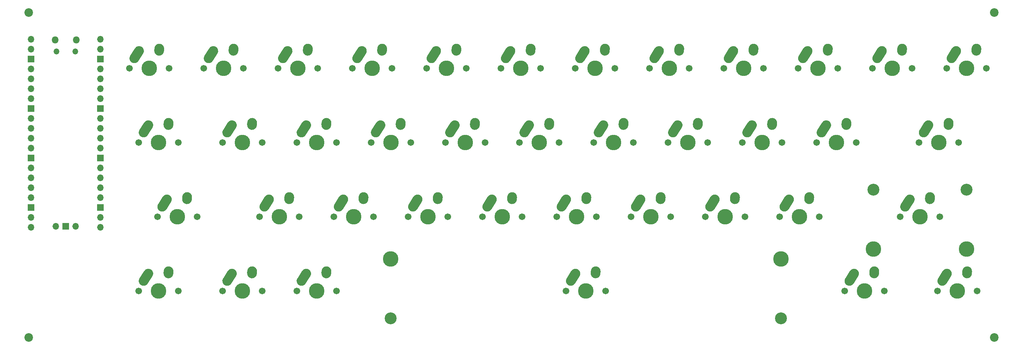
<source format=gts>
%TF.GenerationSoftware,KiCad,Pcbnew,(5.1.10)-1*%
%TF.CreationDate,2022-03-22T21:52:09-04:00*%
%TF.ProjectId,Keeber40,4b656562-6572-4343-902e-6b696361645f,rev?*%
%TF.SameCoordinates,Original*%
%TF.FileFunction,Soldermask,Top*%
%TF.FilePolarity,Negative*%
%FSLAX46Y46*%
G04 Gerber Fmt 4.6, Leading zero omitted, Abs format (unit mm)*
G04 Created by KiCad (PCBNEW (5.1.10)-1) date 2022-03-22 21:52:09*
%MOMM*%
%LPD*%
G01*
G04 APERTURE LIST*
%ADD10C,3.987800*%
%ADD11C,1.701800*%
%ADD12C,3.048000*%
%ADD13C,2.200000*%
%ADD14O,1.700000X1.700000*%
%ADD15R,1.700000X1.700000*%
%ADD16O,1.800000X1.800000*%
%ADD17O,1.500000X1.500000*%
G04 APERTURE END LIST*
D10*
%TO.C,K36*%
X259529000Y-123812000D03*
D11*
X254449000Y-123812000D03*
X264609000Y-123812000D03*
D12*
X247591000Y-116827000D03*
X271467000Y-116827000D03*
D10*
X247591000Y-132067000D03*
X271467000Y-132067000D03*
G36*
G01*
X254615299Y-120569190D02*
X255824223Y-118671560D01*
G75*
G02*
X257550087Y-118288946I1054239J-671625D01*
G01*
X257550087Y-118288946D01*
G75*
G02*
X257932701Y-120014810I-671625J-1054239D01*
G01*
X256723777Y-121912440D01*
G75*
G02*
X254997913Y-122295054I-1054239J671625D01*
G01*
X254997913Y-122295054D01*
G75*
G02*
X254615299Y-120569190I671625J1054239D01*
G01*
G37*
G36*
G01*
X260782171Y-119226309D02*
X260821619Y-118647653D01*
G75*
G02*
X262153743Y-117485567I1247105J-85019D01*
G01*
X262153743Y-117485567D01*
G75*
G02*
X263315829Y-118817691I-85019J-1247105D01*
G01*
X263276381Y-119396347D01*
G75*
G02*
X261944257Y-120558433I-1247105J85019D01*
G01*
X261944257Y-120558433D01*
G75*
G02*
X260782171Y-119226309I85019J1247105D01*
G01*
G37*
%TD*%
%TO.C,K21*%
G36*
G01*
X177447171Y-81130309D02*
X177486619Y-80551653D01*
G75*
G02*
X178818743Y-79389567I1247105J-85019D01*
G01*
X178818743Y-79389567D01*
G75*
G02*
X179980829Y-80721691I-85019J-1247105D01*
G01*
X179941381Y-81300347D01*
G75*
G02*
X178609257Y-82462433I-1247105J85019D01*
G01*
X178609257Y-82462433D01*
G75*
G02*
X177447171Y-81130309I85019J1247105D01*
G01*
G37*
G36*
G01*
X171280299Y-82473190D02*
X172489223Y-80575560D01*
G75*
G02*
X174215087Y-80192946I1054239J-671625D01*
G01*
X174215087Y-80192946D01*
G75*
G02*
X174597701Y-81918810I-671625J-1054239D01*
G01*
X173388777Y-83816440D01*
G75*
G02*
X171662913Y-84199054I-1054239J671625D01*
G01*
X171662913Y-84199054D01*
G75*
G02*
X171280299Y-82473190I671625J1054239D01*
G01*
G37*
D11*
X181274000Y-85716000D03*
X171114000Y-85716000D03*
D10*
X176194000Y-85716000D03*
%TD*%
D13*
%TO.C,M2*%
X30953000Y-71430000D03*
%TD*%
%TO.C,M2*%
X30953000Y-154765000D03*
%TD*%
%TO.C,M2*%
X278577000Y-154765000D03*
%TD*%
%TO.C,M2*%
X278577000Y-71430000D03*
%TD*%
D14*
%TO.C,PicOwo*%
X49367000Y-78253000D03*
X49367000Y-80793000D03*
D15*
X49367000Y-83333000D03*
D14*
X49367000Y-85873000D03*
X49367000Y-88413000D03*
X49367000Y-90953000D03*
X49367000Y-93493000D03*
D15*
X49367000Y-96033000D03*
D14*
X49367000Y-98573000D03*
X49367000Y-101113000D03*
X49367000Y-103653000D03*
X49367000Y-106193000D03*
D15*
X49367000Y-108733000D03*
D14*
X49367000Y-111273000D03*
X49367000Y-113813000D03*
X49367000Y-116353000D03*
X49367000Y-118893000D03*
D15*
X49367000Y-121433000D03*
D14*
X49367000Y-123973000D03*
X49367000Y-126513000D03*
X31587000Y-126513000D03*
X31587000Y-123973000D03*
D15*
X31587000Y-121433000D03*
D14*
X31587000Y-118893000D03*
X31587000Y-116353000D03*
X31587000Y-113813000D03*
X31587000Y-111273000D03*
D15*
X31587000Y-108733000D03*
D14*
X31587000Y-106193000D03*
X31587000Y-103653000D03*
X31587000Y-101113000D03*
X31587000Y-98573000D03*
D15*
X31587000Y-96033000D03*
D14*
X31587000Y-93493000D03*
X31587000Y-90953000D03*
X31587000Y-88413000D03*
X31587000Y-85873000D03*
D15*
X31587000Y-83333000D03*
D14*
X31587000Y-80793000D03*
X31587000Y-78253000D03*
D16*
X43202000Y-78383000D03*
X37752000Y-78383000D03*
D17*
X42902000Y-81413000D03*
X38052000Y-81413000D03*
D14*
X43017000Y-126283000D03*
D15*
X40477000Y-126283000D03*
D14*
X37937000Y-126283000D03*
%TD*%
D10*
%TO.C,K24*%
X173813000Y-142860000D03*
D11*
X168733000Y-142860000D03*
X178893000Y-142860000D03*
D12*
X223851000Y-149845000D03*
X123775000Y-149845000D03*
D10*
X223851000Y-134605000D03*
X123775000Y-134605000D03*
G36*
G01*
X168899299Y-139617190D02*
X170108223Y-137719560D01*
G75*
G02*
X171834087Y-137336946I1054239J-671625D01*
G01*
X171834087Y-137336946D01*
G75*
G02*
X172216701Y-139062810I-671625J-1054239D01*
G01*
X171007777Y-140960440D01*
G75*
G02*
X169281913Y-141343054I-1054239J671625D01*
G01*
X169281913Y-141343054D01*
G75*
G02*
X168899299Y-139617190I671625J1054239D01*
G01*
G37*
G36*
G01*
X175066171Y-138274309D02*
X175105619Y-137695653D01*
G75*
G02*
X176437743Y-136533567I1247105J-85019D01*
G01*
X176437743Y-136533567D01*
G75*
G02*
X177599829Y-137865691I-85019J-1247105D01*
G01*
X177560381Y-138444347D01*
G75*
G02*
X176228257Y-139606433I-1247105J85019D01*
G01*
X176228257Y-139606433D01*
G75*
G02*
X175066171Y-138274309I85019J1247105D01*
G01*
G37*
%TD*%
%TO.C,K1*%
X61906000Y-85716000D03*
D11*
X56826000Y-85716000D03*
X66986000Y-85716000D03*
G36*
G01*
X56992299Y-82473190D02*
X58201223Y-80575560D01*
G75*
G02*
X59927087Y-80192946I1054239J-671625D01*
G01*
X59927087Y-80192946D01*
G75*
G02*
X60309701Y-81918810I-671625J-1054239D01*
G01*
X59100777Y-83816440D01*
G75*
G02*
X57374913Y-84199054I-1054239J671625D01*
G01*
X57374913Y-84199054D01*
G75*
G02*
X56992299Y-82473190I671625J1054239D01*
G01*
G37*
G36*
G01*
X63159171Y-81130309D02*
X63198619Y-80551653D01*
G75*
G02*
X64530743Y-79389567I1247105J-85019D01*
G01*
X64530743Y-79389567D01*
G75*
G02*
X65692829Y-80721691I-85019J-1247105D01*
G01*
X65653381Y-81300347D01*
G75*
G02*
X64321257Y-82462433I-1247105J85019D01*
G01*
X64321257Y-82462433D01*
G75*
G02*
X63159171Y-81130309I85019J1247105D01*
G01*
G37*
%TD*%
%TO.C,K2*%
G36*
G01*
X65540171Y-100178309D02*
X65579619Y-99599653D01*
G75*
G02*
X66911743Y-98437567I1247105J-85019D01*
G01*
X66911743Y-98437567D01*
G75*
G02*
X68073829Y-99769691I-85019J-1247105D01*
G01*
X68034381Y-100348347D01*
G75*
G02*
X66702257Y-101510433I-1247105J85019D01*
G01*
X66702257Y-101510433D01*
G75*
G02*
X65540171Y-100178309I85019J1247105D01*
G01*
G37*
G36*
G01*
X59373299Y-101521190D02*
X60582223Y-99623560D01*
G75*
G02*
X62308087Y-99240946I1054239J-671625D01*
G01*
X62308087Y-99240946D01*
G75*
G02*
X62690701Y-100966810I-671625J-1054239D01*
G01*
X61481777Y-102864440D01*
G75*
G02*
X59755913Y-103247054I-1054239J671625D01*
G01*
X59755913Y-103247054D01*
G75*
G02*
X59373299Y-101521190I671625J1054239D01*
G01*
G37*
X69367000Y-104764000D03*
X59207000Y-104764000D03*
D10*
X64287000Y-104764000D03*
%TD*%
%TO.C,K3*%
X69049000Y-123812000D03*
D11*
X63969000Y-123812000D03*
X74129000Y-123812000D03*
G36*
G01*
X64135299Y-120569190D02*
X65344223Y-118671560D01*
G75*
G02*
X67070087Y-118288946I1054239J-671625D01*
G01*
X67070087Y-118288946D01*
G75*
G02*
X67452701Y-120014810I-671625J-1054239D01*
G01*
X66243777Y-121912440D01*
G75*
G02*
X64517913Y-122295054I-1054239J671625D01*
G01*
X64517913Y-122295054D01*
G75*
G02*
X64135299Y-120569190I671625J1054239D01*
G01*
G37*
G36*
G01*
X70302171Y-119226309D02*
X70341619Y-118647653D01*
G75*
G02*
X71673743Y-117485567I1247105J-85019D01*
G01*
X71673743Y-117485567D01*
G75*
G02*
X72835829Y-118817691I-85019J-1247105D01*
G01*
X72796381Y-119396347D01*
G75*
G02*
X71464257Y-120558433I-1247105J85019D01*
G01*
X71464257Y-120558433D01*
G75*
G02*
X70302171Y-119226309I85019J1247105D01*
G01*
G37*
%TD*%
D10*
%TO.C,K4*%
X64287000Y-142860000D03*
D11*
X59207000Y-142860000D03*
X69367000Y-142860000D03*
G36*
G01*
X59373299Y-139617190D02*
X60582223Y-137719560D01*
G75*
G02*
X62308087Y-137336946I1054239J-671625D01*
G01*
X62308087Y-137336946D01*
G75*
G02*
X62690701Y-139062810I-671625J-1054239D01*
G01*
X61481777Y-140960440D01*
G75*
G02*
X59755913Y-141343054I-1054239J671625D01*
G01*
X59755913Y-141343054D01*
G75*
G02*
X59373299Y-139617190I671625J1054239D01*
G01*
G37*
G36*
G01*
X65540171Y-138274309D02*
X65579619Y-137695653D01*
G75*
G02*
X66911743Y-136533567I1247105J-85019D01*
G01*
X66911743Y-136533567D01*
G75*
G02*
X68073829Y-137865691I-85019J-1247105D01*
G01*
X68034381Y-138444347D01*
G75*
G02*
X66702257Y-139606433I-1247105J85019D01*
G01*
X66702257Y-139606433D01*
G75*
G02*
X65540171Y-138274309I85019J1247105D01*
G01*
G37*
%TD*%
D10*
%TO.C,K5*%
X80954000Y-85716000D03*
D11*
X75874000Y-85716000D03*
X86034000Y-85716000D03*
G36*
G01*
X76040299Y-82473190D02*
X77249223Y-80575560D01*
G75*
G02*
X78975087Y-80192946I1054239J-671625D01*
G01*
X78975087Y-80192946D01*
G75*
G02*
X79357701Y-81918810I-671625J-1054239D01*
G01*
X78148777Y-83816440D01*
G75*
G02*
X76422913Y-84199054I-1054239J671625D01*
G01*
X76422913Y-84199054D01*
G75*
G02*
X76040299Y-82473190I671625J1054239D01*
G01*
G37*
G36*
G01*
X82207171Y-81130309D02*
X82246619Y-80551653D01*
G75*
G02*
X83578743Y-79389567I1247105J-85019D01*
G01*
X83578743Y-79389567D01*
G75*
G02*
X84740829Y-80721691I-85019J-1247105D01*
G01*
X84701381Y-81300347D01*
G75*
G02*
X83369257Y-82462433I-1247105J85019D01*
G01*
X83369257Y-82462433D01*
G75*
G02*
X82207171Y-81130309I85019J1247105D01*
G01*
G37*
%TD*%
D10*
%TO.C,K6*%
X85716000Y-104764000D03*
D11*
X80636000Y-104764000D03*
X90796000Y-104764000D03*
G36*
G01*
X80802299Y-101521190D02*
X82011223Y-99623560D01*
G75*
G02*
X83737087Y-99240946I1054239J-671625D01*
G01*
X83737087Y-99240946D01*
G75*
G02*
X84119701Y-100966810I-671625J-1054239D01*
G01*
X82910777Y-102864440D01*
G75*
G02*
X81184913Y-103247054I-1054239J671625D01*
G01*
X81184913Y-103247054D01*
G75*
G02*
X80802299Y-101521190I671625J1054239D01*
G01*
G37*
G36*
G01*
X86969171Y-100178309D02*
X87008619Y-99599653D01*
G75*
G02*
X88340743Y-98437567I1247105J-85019D01*
G01*
X88340743Y-98437567D01*
G75*
G02*
X89502829Y-99769691I-85019J-1247105D01*
G01*
X89463381Y-100348347D01*
G75*
G02*
X88131257Y-101510433I-1247105J85019D01*
G01*
X88131257Y-101510433D01*
G75*
G02*
X86969171Y-100178309I85019J1247105D01*
G01*
G37*
%TD*%
%TO.C,K7*%
G36*
G01*
X86969171Y-138274309D02*
X87008619Y-137695653D01*
G75*
G02*
X88340743Y-136533567I1247105J-85019D01*
G01*
X88340743Y-136533567D01*
G75*
G02*
X89502829Y-137865691I-85019J-1247105D01*
G01*
X89463381Y-138444347D01*
G75*
G02*
X88131257Y-139606433I-1247105J85019D01*
G01*
X88131257Y-139606433D01*
G75*
G02*
X86969171Y-138274309I85019J1247105D01*
G01*
G37*
G36*
G01*
X80802299Y-139617190D02*
X82011223Y-137719560D01*
G75*
G02*
X83737087Y-137336946I1054239J-671625D01*
G01*
X83737087Y-137336946D01*
G75*
G02*
X84119701Y-139062810I-671625J-1054239D01*
G01*
X82910777Y-140960440D01*
G75*
G02*
X81184913Y-141343054I-1054239J671625D01*
G01*
X81184913Y-141343054D01*
G75*
G02*
X80802299Y-139617190I671625J1054239D01*
G01*
G37*
X90796000Y-142860000D03*
X80636000Y-142860000D03*
D10*
X85716000Y-142860000D03*
%TD*%
%TO.C,K8*%
G36*
G01*
X101255171Y-81130309D02*
X101294619Y-80551653D01*
G75*
G02*
X102626743Y-79389567I1247105J-85019D01*
G01*
X102626743Y-79389567D01*
G75*
G02*
X103788829Y-80721691I-85019J-1247105D01*
G01*
X103749381Y-81300347D01*
G75*
G02*
X102417257Y-82462433I-1247105J85019D01*
G01*
X102417257Y-82462433D01*
G75*
G02*
X101255171Y-81130309I85019J1247105D01*
G01*
G37*
G36*
G01*
X95088299Y-82473190D02*
X96297223Y-80575560D01*
G75*
G02*
X98023087Y-80192946I1054239J-671625D01*
G01*
X98023087Y-80192946D01*
G75*
G02*
X98405701Y-81918810I-671625J-1054239D01*
G01*
X97196777Y-83816440D01*
G75*
G02*
X95470913Y-84199054I-1054239J671625D01*
G01*
X95470913Y-84199054D01*
G75*
G02*
X95088299Y-82473190I671625J1054239D01*
G01*
G37*
D11*
X105082000Y-85716000D03*
X94922000Y-85716000D03*
D10*
X100002000Y-85716000D03*
%TD*%
%TO.C,K9*%
G36*
G01*
X106017171Y-100178309D02*
X106056619Y-99599653D01*
G75*
G02*
X107388743Y-98437567I1247105J-85019D01*
G01*
X107388743Y-98437567D01*
G75*
G02*
X108550829Y-99769691I-85019J-1247105D01*
G01*
X108511381Y-100348347D01*
G75*
G02*
X107179257Y-101510433I-1247105J85019D01*
G01*
X107179257Y-101510433D01*
G75*
G02*
X106017171Y-100178309I85019J1247105D01*
G01*
G37*
G36*
G01*
X99850299Y-101521190D02*
X101059223Y-99623560D01*
G75*
G02*
X102785087Y-99240946I1054239J-671625D01*
G01*
X102785087Y-99240946D01*
G75*
G02*
X103167701Y-100966810I-671625J-1054239D01*
G01*
X101958777Y-102864440D01*
G75*
G02*
X100232913Y-103247054I-1054239J671625D01*
G01*
X100232913Y-103247054D01*
G75*
G02*
X99850299Y-101521190I671625J1054239D01*
G01*
G37*
D11*
X109844000Y-104764000D03*
X99684000Y-104764000D03*
D10*
X104764000Y-104764000D03*
%TD*%
%TO.C,K10*%
G36*
G01*
X96493171Y-119226309D02*
X96532619Y-118647653D01*
G75*
G02*
X97864743Y-117485567I1247105J-85019D01*
G01*
X97864743Y-117485567D01*
G75*
G02*
X99026829Y-118817691I-85019J-1247105D01*
G01*
X98987381Y-119396347D01*
G75*
G02*
X97655257Y-120558433I-1247105J85019D01*
G01*
X97655257Y-120558433D01*
G75*
G02*
X96493171Y-119226309I85019J1247105D01*
G01*
G37*
G36*
G01*
X90326299Y-120569190D02*
X91535223Y-118671560D01*
G75*
G02*
X93261087Y-118288946I1054239J-671625D01*
G01*
X93261087Y-118288946D01*
G75*
G02*
X93643701Y-120014810I-671625J-1054239D01*
G01*
X92434777Y-121912440D01*
G75*
G02*
X90708913Y-122295054I-1054239J671625D01*
G01*
X90708913Y-122295054D01*
G75*
G02*
X90326299Y-120569190I671625J1054239D01*
G01*
G37*
D11*
X100320000Y-123812000D03*
X90160000Y-123812000D03*
D10*
X95240000Y-123812000D03*
%TD*%
%TO.C,K11*%
G36*
G01*
X106017171Y-138274309D02*
X106056619Y-137695653D01*
G75*
G02*
X107388743Y-136533567I1247105J-85019D01*
G01*
X107388743Y-136533567D01*
G75*
G02*
X108550829Y-137865691I-85019J-1247105D01*
G01*
X108511381Y-138444347D01*
G75*
G02*
X107179257Y-139606433I-1247105J85019D01*
G01*
X107179257Y-139606433D01*
G75*
G02*
X106017171Y-138274309I85019J1247105D01*
G01*
G37*
G36*
G01*
X99850299Y-139617190D02*
X101059223Y-137719560D01*
G75*
G02*
X102785087Y-137336946I1054239J-671625D01*
G01*
X102785087Y-137336946D01*
G75*
G02*
X103167701Y-139062810I-671625J-1054239D01*
G01*
X101958777Y-140960440D01*
G75*
G02*
X100232913Y-141343054I-1054239J671625D01*
G01*
X100232913Y-141343054D01*
G75*
G02*
X99850299Y-139617190I671625J1054239D01*
G01*
G37*
D11*
X109844000Y-142860000D03*
X99684000Y-142860000D03*
D10*
X104764000Y-142860000D03*
%TD*%
%TO.C,K12*%
X119050000Y-85716000D03*
D11*
X113970000Y-85716000D03*
X124130000Y-85716000D03*
G36*
G01*
X114136299Y-82473190D02*
X115345223Y-80575560D01*
G75*
G02*
X117071087Y-80192946I1054239J-671625D01*
G01*
X117071087Y-80192946D01*
G75*
G02*
X117453701Y-81918810I-671625J-1054239D01*
G01*
X116244777Y-83816440D01*
G75*
G02*
X114518913Y-84199054I-1054239J671625D01*
G01*
X114518913Y-84199054D01*
G75*
G02*
X114136299Y-82473190I671625J1054239D01*
G01*
G37*
G36*
G01*
X120303171Y-81130309D02*
X120342619Y-80551653D01*
G75*
G02*
X121674743Y-79389567I1247105J-85019D01*
G01*
X121674743Y-79389567D01*
G75*
G02*
X122836829Y-80721691I-85019J-1247105D01*
G01*
X122797381Y-81300347D01*
G75*
G02*
X121465257Y-82462433I-1247105J85019D01*
G01*
X121465257Y-82462433D01*
G75*
G02*
X120303171Y-81130309I85019J1247105D01*
G01*
G37*
%TD*%
D10*
%TO.C,K13*%
X123812000Y-104764000D03*
D11*
X118732000Y-104764000D03*
X128892000Y-104764000D03*
G36*
G01*
X118898299Y-101521190D02*
X120107223Y-99623560D01*
G75*
G02*
X121833087Y-99240946I1054239J-671625D01*
G01*
X121833087Y-99240946D01*
G75*
G02*
X122215701Y-100966810I-671625J-1054239D01*
G01*
X121006777Y-102864440D01*
G75*
G02*
X119280913Y-103247054I-1054239J671625D01*
G01*
X119280913Y-103247054D01*
G75*
G02*
X118898299Y-101521190I671625J1054239D01*
G01*
G37*
G36*
G01*
X125065171Y-100178309D02*
X125104619Y-99599653D01*
G75*
G02*
X126436743Y-98437567I1247105J-85019D01*
G01*
X126436743Y-98437567D01*
G75*
G02*
X127598829Y-99769691I-85019J-1247105D01*
G01*
X127559381Y-100348347D01*
G75*
G02*
X126227257Y-101510433I-1247105J85019D01*
G01*
X126227257Y-101510433D01*
G75*
G02*
X125065171Y-100178309I85019J1247105D01*
G01*
G37*
%TD*%
D10*
%TO.C,K14*%
X114288000Y-123812000D03*
D11*
X109208000Y-123812000D03*
X119368000Y-123812000D03*
G36*
G01*
X109374299Y-120569190D02*
X110583223Y-118671560D01*
G75*
G02*
X112309087Y-118288946I1054239J-671625D01*
G01*
X112309087Y-118288946D01*
G75*
G02*
X112691701Y-120014810I-671625J-1054239D01*
G01*
X111482777Y-121912440D01*
G75*
G02*
X109756913Y-122295054I-1054239J671625D01*
G01*
X109756913Y-122295054D01*
G75*
G02*
X109374299Y-120569190I671625J1054239D01*
G01*
G37*
G36*
G01*
X115541171Y-119226309D02*
X115580619Y-118647653D01*
G75*
G02*
X116912743Y-117485567I1247105J-85019D01*
G01*
X116912743Y-117485567D01*
G75*
G02*
X118074829Y-118817691I-85019J-1247105D01*
G01*
X118035381Y-119396347D01*
G75*
G02*
X116703257Y-120558433I-1247105J85019D01*
G01*
X116703257Y-120558433D01*
G75*
G02*
X115541171Y-119226309I85019J1247105D01*
G01*
G37*
%TD*%
%TO.C,K15*%
G36*
G01*
X139351171Y-81130309D02*
X139390619Y-80551653D01*
G75*
G02*
X140722743Y-79389567I1247105J-85019D01*
G01*
X140722743Y-79389567D01*
G75*
G02*
X141884829Y-80721691I-85019J-1247105D01*
G01*
X141845381Y-81300347D01*
G75*
G02*
X140513257Y-82462433I-1247105J85019D01*
G01*
X140513257Y-82462433D01*
G75*
G02*
X139351171Y-81130309I85019J1247105D01*
G01*
G37*
G36*
G01*
X133184299Y-82473190D02*
X134393223Y-80575560D01*
G75*
G02*
X136119087Y-80192946I1054239J-671625D01*
G01*
X136119087Y-80192946D01*
G75*
G02*
X136501701Y-81918810I-671625J-1054239D01*
G01*
X135292777Y-83816440D01*
G75*
G02*
X133566913Y-84199054I-1054239J671625D01*
G01*
X133566913Y-84199054D01*
G75*
G02*
X133184299Y-82473190I671625J1054239D01*
G01*
G37*
X143178000Y-85716000D03*
X133018000Y-85716000D03*
D10*
X138098000Y-85716000D03*
%TD*%
%TO.C,K16*%
G36*
G01*
X144113171Y-100178309D02*
X144152619Y-99599653D01*
G75*
G02*
X145484743Y-98437567I1247105J-85019D01*
G01*
X145484743Y-98437567D01*
G75*
G02*
X146646829Y-99769691I-85019J-1247105D01*
G01*
X146607381Y-100348347D01*
G75*
G02*
X145275257Y-101510433I-1247105J85019D01*
G01*
X145275257Y-101510433D01*
G75*
G02*
X144113171Y-100178309I85019J1247105D01*
G01*
G37*
G36*
G01*
X137946299Y-101521190D02*
X139155223Y-99623560D01*
G75*
G02*
X140881087Y-99240946I1054239J-671625D01*
G01*
X140881087Y-99240946D01*
G75*
G02*
X141263701Y-100966810I-671625J-1054239D01*
G01*
X140054777Y-102864440D01*
G75*
G02*
X138328913Y-103247054I-1054239J671625D01*
G01*
X138328913Y-103247054D01*
G75*
G02*
X137946299Y-101521190I671625J1054239D01*
G01*
G37*
D11*
X147940000Y-104764000D03*
X137780000Y-104764000D03*
D10*
X142860000Y-104764000D03*
%TD*%
%TO.C,K17*%
G36*
G01*
X134589171Y-119226309D02*
X134628619Y-118647653D01*
G75*
G02*
X135960743Y-117485567I1247105J-85019D01*
G01*
X135960743Y-117485567D01*
G75*
G02*
X137122829Y-118817691I-85019J-1247105D01*
G01*
X137083381Y-119396347D01*
G75*
G02*
X135751257Y-120558433I-1247105J85019D01*
G01*
X135751257Y-120558433D01*
G75*
G02*
X134589171Y-119226309I85019J1247105D01*
G01*
G37*
G36*
G01*
X128422299Y-120569190D02*
X129631223Y-118671560D01*
G75*
G02*
X131357087Y-118288946I1054239J-671625D01*
G01*
X131357087Y-118288946D01*
G75*
G02*
X131739701Y-120014810I-671625J-1054239D01*
G01*
X130530777Y-121912440D01*
G75*
G02*
X128804913Y-122295054I-1054239J671625D01*
G01*
X128804913Y-122295054D01*
G75*
G02*
X128422299Y-120569190I671625J1054239D01*
G01*
G37*
D11*
X138416000Y-123812000D03*
X128256000Y-123812000D03*
D10*
X133336000Y-123812000D03*
%TD*%
%TO.C,K18*%
X157146000Y-85716000D03*
D11*
X152066000Y-85716000D03*
X162226000Y-85716000D03*
G36*
G01*
X152232299Y-82473190D02*
X153441223Y-80575560D01*
G75*
G02*
X155167087Y-80192946I1054239J-671625D01*
G01*
X155167087Y-80192946D01*
G75*
G02*
X155549701Y-81918810I-671625J-1054239D01*
G01*
X154340777Y-83816440D01*
G75*
G02*
X152614913Y-84199054I-1054239J671625D01*
G01*
X152614913Y-84199054D01*
G75*
G02*
X152232299Y-82473190I671625J1054239D01*
G01*
G37*
G36*
G01*
X158399171Y-81130309D02*
X158438619Y-80551653D01*
G75*
G02*
X159770743Y-79389567I1247105J-85019D01*
G01*
X159770743Y-79389567D01*
G75*
G02*
X160932829Y-80721691I-85019J-1247105D01*
G01*
X160893381Y-81300347D01*
G75*
G02*
X159561257Y-82462433I-1247105J85019D01*
G01*
X159561257Y-82462433D01*
G75*
G02*
X158399171Y-81130309I85019J1247105D01*
G01*
G37*
%TD*%
D10*
%TO.C,K19*%
X161908000Y-104764000D03*
D11*
X156828000Y-104764000D03*
X166988000Y-104764000D03*
G36*
G01*
X156994299Y-101521190D02*
X158203223Y-99623560D01*
G75*
G02*
X159929087Y-99240946I1054239J-671625D01*
G01*
X159929087Y-99240946D01*
G75*
G02*
X160311701Y-100966810I-671625J-1054239D01*
G01*
X159102777Y-102864440D01*
G75*
G02*
X157376913Y-103247054I-1054239J671625D01*
G01*
X157376913Y-103247054D01*
G75*
G02*
X156994299Y-101521190I671625J1054239D01*
G01*
G37*
G36*
G01*
X163161171Y-100178309D02*
X163200619Y-99599653D01*
G75*
G02*
X164532743Y-98437567I1247105J-85019D01*
G01*
X164532743Y-98437567D01*
G75*
G02*
X165694829Y-99769691I-85019J-1247105D01*
G01*
X165655381Y-100348347D01*
G75*
G02*
X164323257Y-101510433I-1247105J85019D01*
G01*
X164323257Y-101510433D01*
G75*
G02*
X163161171Y-100178309I85019J1247105D01*
G01*
G37*
%TD*%
D10*
%TO.C,K20*%
X152384000Y-123812000D03*
D11*
X147304000Y-123812000D03*
X157464000Y-123812000D03*
G36*
G01*
X147470299Y-120569190D02*
X148679223Y-118671560D01*
G75*
G02*
X150405087Y-118288946I1054239J-671625D01*
G01*
X150405087Y-118288946D01*
G75*
G02*
X150787701Y-120014810I-671625J-1054239D01*
G01*
X149578777Y-121912440D01*
G75*
G02*
X147852913Y-122295054I-1054239J671625D01*
G01*
X147852913Y-122295054D01*
G75*
G02*
X147470299Y-120569190I671625J1054239D01*
G01*
G37*
G36*
G01*
X153637171Y-119226309D02*
X153676619Y-118647653D01*
G75*
G02*
X155008743Y-117485567I1247105J-85019D01*
G01*
X155008743Y-117485567D01*
G75*
G02*
X156170829Y-118817691I-85019J-1247105D01*
G01*
X156131381Y-119396347D01*
G75*
G02*
X154799257Y-120558433I-1247105J85019D01*
G01*
X154799257Y-120558433D01*
G75*
G02*
X153637171Y-119226309I85019J1247105D01*
G01*
G37*
%TD*%
%TO.C,K22*%
G36*
G01*
X182209171Y-100178309D02*
X182248619Y-99599653D01*
G75*
G02*
X183580743Y-98437567I1247105J-85019D01*
G01*
X183580743Y-98437567D01*
G75*
G02*
X184742829Y-99769691I-85019J-1247105D01*
G01*
X184703381Y-100348347D01*
G75*
G02*
X183371257Y-101510433I-1247105J85019D01*
G01*
X183371257Y-101510433D01*
G75*
G02*
X182209171Y-100178309I85019J1247105D01*
G01*
G37*
G36*
G01*
X176042299Y-101521190D02*
X177251223Y-99623560D01*
G75*
G02*
X178977087Y-99240946I1054239J-671625D01*
G01*
X178977087Y-99240946D01*
G75*
G02*
X179359701Y-100966810I-671625J-1054239D01*
G01*
X178150777Y-102864440D01*
G75*
G02*
X176424913Y-103247054I-1054239J671625D01*
G01*
X176424913Y-103247054D01*
G75*
G02*
X176042299Y-101521190I671625J1054239D01*
G01*
G37*
X186036000Y-104764000D03*
X175876000Y-104764000D03*
D10*
X180956000Y-104764000D03*
%TD*%
%TO.C,K23*%
X171432000Y-123812000D03*
D11*
X166352000Y-123812000D03*
X176512000Y-123812000D03*
G36*
G01*
X166518299Y-120569190D02*
X167727223Y-118671560D01*
G75*
G02*
X169453087Y-118288946I1054239J-671625D01*
G01*
X169453087Y-118288946D01*
G75*
G02*
X169835701Y-120014810I-671625J-1054239D01*
G01*
X168626777Y-121912440D01*
G75*
G02*
X166900913Y-122295054I-1054239J671625D01*
G01*
X166900913Y-122295054D01*
G75*
G02*
X166518299Y-120569190I671625J1054239D01*
G01*
G37*
G36*
G01*
X172685171Y-119226309D02*
X172724619Y-118647653D01*
G75*
G02*
X174056743Y-117485567I1247105J-85019D01*
G01*
X174056743Y-117485567D01*
G75*
G02*
X175218829Y-118817691I-85019J-1247105D01*
G01*
X175179381Y-119396347D01*
G75*
G02*
X173847257Y-120558433I-1247105J85019D01*
G01*
X173847257Y-120558433D01*
G75*
G02*
X172685171Y-119226309I85019J1247105D01*
G01*
G37*
%TD*%
D10*
%TO.C,K25*%
X195242000Y-85716000D03*
D11*
X190162000Y-85716000D03*
X200322000Y-85716000D03*
G36*
G01*
X190328299Y-82473190D02*
X191537223Y-80575560D01*
G75*
G02*
X193263087Y-80192946I1054239J-671625D01*
G01*
X193263087Y-80192946D01*
G75*
G02*
X193645701Y-81918810I-671625J-1054239D01*
G01*
X192436777Y-83816440D01*
G75*
G02*
X190710913Y-84199054I-1054239J671625D01*
G01*
X190710913Y-84199054D01*
G75*
G02*
X190328299Y-82473190I671625J1054239D01*
G01*
G37*
G36*
G01*
X196495171Y-81130309D02*
X196534619Y-80551653D01*
G75*
G02*
X197866743Y-79389567I1247105J-85019D01*
G01*
X197866743Y-79389567D01*
G75*
G02*
X199028829Y-80721691I-85019J-1247105D01*
G01*
X198989381Y-81300347D01*
G75*
G02*
X197657257Y-82462433I-1247105J85019D01*
G01*
X197657257Y-82462433D01*
G75*
G02*
X196495171Y-81130309I85019J1247105D01*
G01*
G37*
%TD*%
D10*
%TO.C,K26*%
X200004000Y-104764000D03*
D11*
X194924000Y-104764000D03*
X205084000Y-104764000D03*
G36*
G01*
X195090299Y-101521190D02*
X196299223Y-99623560D01*
G75*
G02*
X198025087Y-99240946I1054239J-671625D01*
G01*
X198025087Y-99240946D01*
G75*
G02*
X198407701Y-100966810I-671625J-1054239D01*
G01*
X197198777Y-102864440D01*
G75*
G02*
X195472913Y-103247054I-1054239J671625D01*
G01*
X195472913Y-103247054D01*
G75*
G02*
X195090299Y-101521190I671625J1054239D01*
G01*
G37*
G36*
G01*
X201257171Y-100178309D02*
X201296619Y-99599653D01*
G75*
G02*
X202628743Y-98437567I1247105J-85019D01*
G01*
X202628743Y-98437567D01*
G75*
G02*
X203790829Y-99769691I-85019J-1247105D01*
G01*
X203751381Y-100348347D01*
G75*
G02*
X202419257Y-101510433I-1247105J85019D01*
G01*
X202419257Y-101510433D01*
G75*
G02*
X201257171Y-100178309I85019J1247105D01*
G01*
G37*
%TD*%
%TO.C,K27*%
G36*
G01*
X191733171Y-119226309D02*
X191772619Y-118647653D01*
G75*
G02*
X193104743Y-117485567I1247105J-85019D01*
G01*
X193104743Y-117485567D01*
G75*
G02*
X194266829Y-118817691I-85019J-1247105D01*
G01*
X194227381Y-119396347D01*
G75*
G02*
X192895257Y-120558433I-1247105J85019D01*
G01*
X192895257Y-120558433D01*
G75*
G02*
X191733171Y-119226309I85019J1247105D01*
G01*
G37*
G36*
G01*
X185566299Y-120569190D02*
X186775223Y-118671560D01*
G75*
G02*
X188501087Y-118288946I1054239J-671625D01*
G01*
X188501087Y-118288946D01*
G75*
G02*
X188883701Y-120014810I-671625J-1054239D01*
G01*
X187674777Y-121912440D01*
G75*
G02*
X185948913Y-122295054I-1054239J671625D01*
G01*
X185948913Y-122295054D01*
G75*
G02*
X185566299Y-120569190I671625J1054239D01*
G01*
G37*
X195560000Y-123812000D03*
X185400000Y-123812000D03*
D10*
X190480000Y-123812000D03*
%TD*%
%TO.C,K28*%
G36*
G01*
X215543171Y-81130309D02*
X215582619Y-80551653D01*
G75*
G02*
X216914743Y-79389567I1247105J-85019D01*
G01*
X216914743Y-79389567D01*
G75*
G02*
X218076829Y-80721691I-85019J-1247105D01*
G01*
X218037381Y-81300347D01*
G75*
G02*
X216705257Y-82462433I-1247105J85019D01*
G01*
X216705257Y-82462433D01*
G75*
G02*
X215543171Y-81130309I85019J1247105D01*
G01*
G37*
G36*
G01*
X209376299Y-82473190D02*
X210585223Y-80575560D01*
G75*
G02*
X212311087Y-80192946I1054239J-671625D01*
G01*
X212311087Y-80192946D01*
G75*
G02*
X212693701Y-81918810I-671625J-1054239D01*
G01*
X211484777Y-83816440D01*
G75*
G02*
X209758913Y-84199054I-1054239J671625D01*
G01*
X209758913Y-84199054D01*
G75*
G02*
X209376299Y-82473190I671625J1054239D01*
G01*
G37*
D11*
X219370000Y-85716000D03*
X209210000Y-85716000D03*
D10*
X214290000Y-85716000D03*
%TD*%
%TO.C,K29*%
G36*
G01*
X220305171Y-100178309D02*
X220344619Y-99599653D01*
G75*
G02*
X221676743Y-98437567I1247105J-85019D01*
G01*
X221676743Y-98437567D01*
G75*
G02*
X222838829Y-99769691I-85019J-1247105D01*
G01*
X222799381Y-100348347D01*
G75*
G02*
X221467257Y-101510433I-1247105J85019D01*
G01*
X221467257Y-101510433D01*
G75*
G02*
X220305171Y-100178309I85019J1247105D01*
G01*
G37*
G36*
G01*
X214138299Y-101521190D02*
X215347223Y-99623560D01*
G75*
G02*
X217073087Y-99240946I1054239J-671625D01*
G01*
X217073087Y-99240946D01*
G75*
G02*
X217455701Y-100966810I-671625J-1054239D01*
G01*
X216246777Y-102864440D01*
G75*
G02*
X214520913Y-103247054I-1054239J671625D01*
G01*
X214520913Y-103247054D01*
G75*
G02*
X214138299Y-101521190I671625J1054239D01*
G01*
G37*
D11*
X224132000Y-104764000D03*
X213972000Y-104764000D03*
D10*
X219052000Y-104764000D03*
%TD*%
%TO.C,K30*%
X209528000Y-123812000D03*
D11*
X204448000Y-123812000D03*
X214608000Y-123812000D03*
G36*
G01*
X204614299Y-120569190D02*
X205823223Y-118671560D01*
G75*
G02*
X207549087Y-118288946I1054239J-671625D01*
G01*
X207549087Y-118288946D01*
G75*
G02*
X207931701Y-120014810I-671625J-1054239D01*
G01*
X206722777Y-121912440D01*
G75*
G02*
X204996913Y-122295054I-1054239J671625D01*
G01*
X204996913Y-122295054D01*
G75*
G02*
X204614299Y-120569190I671625J1054239D01*
G01*
G37*
G36*
G01*
X210781171Y-119226309D02*
X210820619Y-118647653D01*
G75*
G02*
X212152743Y-117485567I1247105J-85019D01*
G01*
X212152743Y-117485567D01*
G75*
G02*
X213314829Y-118817691I-85019J-1247105D01*
G01*
X213275381Y-119396347D01*
G75*
G02*
X211943257Y-120558433I-1247105J85019D01*
G01*
X211943257Y-120558433D01*
G75*
G02*
X210781171Y-119226309I85019J1247105D01*
G01*
G37*
%TD*%
D10*
%TO.C,K31*%
X233338000Y-85716000D03*
D11*
X228258000Y-85716000D03*
X238418000Y-85716000D03*
G36*
G01*
X228424299Y-82473190D02*
X229633223Y-80575560D01*
G75*
G02*
X231359087Y-80192946I1054239J-671625D01*
G01*
X231359087Y-80192946D01*
G75*
G02*
X231741701Y-81918810I-671625J-1054239D01*
G01*
X230532777Y-83816440D01*
G75*
G02*
X228806913Y-84199054I-1054239J671625D01*
G01*
X228806913Y-84199054D01*
G75*
G02*
X228424299Y-82473190I671625J1054239D01*
G01*
G37*
G36*
G01*
X234591171Y-81130309D02*
X234630619Y-80551653D01*
G75*
G02*
X235962743Y-79389567I1247105J-85019D01*
G01*
X235962743Y-79389567D01*
G75*
G02*
X237124829Y-80721691I-85019J-1247105D01*
G01*
X237085381Y-81300347D01*
G75*
G02*
X235753257Y-82462433I-1247105J85019D01*
G01*
X235753257Y-82462433D01*
G75*
G02*
X234591171Y-81130309I85019J1247105D01*
G01*
G37*
%TD*%
D10*
%TO.C,K32*%
X238100000Y-104764000D03*
D11*
X233020000Y-104764000D03*
X243180000Y-104764000D03*
G36*
G01*
X233186299Y-101521190D02*
X234395223Y-99623560D01*
G75*
G02*
X236121087Y-99240946I1054239J-671625D01*
G01*
X236121087Y-99240946D01*
G75*
G02*
X236503701Y-100966810I-671625J-1054239D01*
G01*
X235294777Y-102864440D01*
G75*
G02*
X233568913Y-103247054I-1054239J671625D01*
G01*
X233568913Y-103247054D01*
G75*
G02*
X233186299Y-101521190I671625J1054239D01*
G01*
G37*
G36*
G01*
X239353171Y-100178309D02*
X239392619Y-99599653D01*
G75*
G02*
X240724743Y-98437567I1247105J-85019D01*
G01*
X240724743Y-98437567D01*
G75*
G02*
X241886829Y-99769691I-85019J-1247105D01*
G01*
X241847381Y-100348347D01*
G75*
G02*
X240515257Y-101510433I-1247105J85019D01*
G01*
X240515257Y-101510433D01*
G75*
G02*
X239353171Y-100178309I85019J1247105D01*
G01*
G37*
%TD*%
%TO.C,K33*%
G36*
G01*
X229829171Y-119226309D02*
X229868619Y-118647653D01*
G75*
G02*
X231200743Y-117485567I1247105J-85019D01*
G01*
X231200743Y-117485567D01*
G75*
G02*
X232362829Y-118817691I-85019J-1247105D01*
G01*
X232323381Y-119396347D01*
G75*
G02*
X230991257Y-120558433I-1247105J85019D01*
G01*
X230991257Y-120558433D01*
G75*
G02*
X229829171Y-119226309I85019J1247105D01*
G01*
G37*
G36*
G01*
X223662299Y-120569190D02*
X224871223Y-118671560D01*
G75*
G02*
X226597087Y-118288946I1054239J-671625D01*
G01*
X226597087Y-118288946D01*
G75*
G02*
X226979701Y-120014810I-671625J-1054239D01*
G01*
X225770777Y-121912440D01*
G75*
G02*
X224044913Y-122295054I-1054239J671625D01*
G01*
X224044913Y-122295054D01*
G75*
G02*
X223662299Y-120569190I671625J1054239D01*
G01*
G37*
X233656000Y-123812000D03*
X223496000Y-123812000D03*
D10*
X228576000Y-123812000D03*
%TD*%
%TO.C,K34*%
G36*
G01*
X253639171Y-81130309D02*
X253678619Y-80551653D01*
G75*
G02*
X255010743Y-79389567I1247105J-85019D01*
G01*
X255010743Y-79389567D01*
G75*
G02*
X256172829Y-80721691I-85019J-1247105D01*
G01*
X256133381Y-81300347D01*
G75*
G02*
X254801257Y-82462433I-1247105J85019D01*
G01*
X254801257Y-82462433D01*
G75*
G02*
X253639171Y-81130309I85019J1247105D01*
G01*
G37*
G36*
G01*
X247472299Y-82473190D02*
X248681223Y-80575560D01*
G75*
G02*
X250407087Y-80192946I1054239J-671625D01*
G01*
X250407087Y-80192946D01*
G75*
G02*
X250789701Y-81918810I-671625J-1054239D01*
G01*
X249580777Y-83816440D01*
G75*
G02*
X247854913Y-84199054I-1054239J671625D01*
G01*
X247854913Y-84199054D01*
G75*
G02*
X247472299Y-82473190I671625J1054239D01*
G01*
G37*
D11*
X257466000Y-85716000D03*
X247306000Y-85716000D03*
D10*
X252386000Y-85716000D03*
%TD*%
%TO.C,K35*%
G36*
G01*
X265544171Y-100178309D02*
X265583619Y-99599653D01*
G75*
G02*
X266915743Y-98437567I1247105J-85019D01*
G01*
X266915743Y-98437567D01*
G75*
G02*
X268077829Y-99769691I-85019J-1247105D01*
G01*
X268038381Y-100348347D01*
G75*
G02*
X266706257Y-101510433I-1247105J85019D01*
G01*
X266706257Y-101510433D01*
G75*
G02*
X265544171Y-100178309I85019J1247105D01*
G01*
G37*
G36*
G01*
X259377299Y-101521190D02*
X260586223Y-99623560D01*
G75*
G02*
X262312087Y-99240946I1054239J-671625D01*
G01*
X262312087Y-99240946D01*
G75*
G02*
X262694701Y-100966810I-671625J-1054239D01*
G01*
X261485777Y-102864440D01*
G75*
G02*
X259759913Y-103247054I-1054239J671625D01*
G01*
X259759913Y-103247054D01*
G75*
G02*
X259377299Y-101521190I671625J1054239D01*
G01*
G37*
D11*
X269371000Y-104764000D03*
X259211000Y-104764000D03*
D10*
X264291000Y-104764000D03*
%TD*%
%TO.C,K37*%
G36*
G01*
X246496171Y-138274309D02*
X246535619Y-137695653D01*
G75*
G02*
X247867743Y-136533567I1247105J-85019D01*
G01*
X247867743Y-136533567D01*
G75*
G02*
X249029829Y-137865691I-85019J-1247105D01*
G01*
X248990381Y-138444347D01*
G75*
G02*
X247658257Y-139606433I-1247105J85019D01*
G01*
X247658257Y-139606433D01*
G75*
G02*
X246496171Y-138274309I85019J1247105D01*
G01*
G37*
G36*
G01*
X240329299Y-139617190D02*
X241538223Y-137719560D01*
G75*
G02*
X243264087Y-137336946I1054239J-671625D01*
G01*
X243264087Y-137336946D01*
G75*
G02*
X243646701Y-139062810I-671625J-1054239D01*
G01*
X242437777Y-140960440D01*
G75*
G02*
X240711913Y-141343054I-1054239J671625D01*
G01*
X240711913Y-141343054D01*
G75*
G02*
X240329299Y-139617190I671625J1054239D01*
G01*
G37*
D11*
X250323000Y-142860000D03*
X240163000Y-142860000D03*
D10*
X245243000Y-142860000D03*
%TD*%
%TO.C,K38*%
X271434000Y-85716000D03*
D11*
X266354000Y-85716000D03*
X276514000Y-85716000D03*
G36*
G01*
X266520299Y-82473190D02*
X267729223Y-80575560D01*
G75*
G02*
X269455087Y-80192946I1054239J-671625D01*
G01*
X269455087Y-80192946D01*
G75*
G02*
X269837701Y-81918810I-671625J-1054239D01*
G01*
X268628777Y-83816440D01*
G75*
G02*
X266902913Y-84199054I-1054239J671625D01*
G01*
X266902913Y-84199054D01*
G75*
G02*
X266520299Y-82473190I671625J1054239D01*
G01*
G37*
G36*
G01*
X272687171Y-81130309D02*
X272726619Y-80551653D01*
G75*
G02*
X274058743Y-79389567I1247105J-85019D01*
G01*
X274058743Y-79389567D01*
G75*
G02*
X275220829Y-80721691I-85019J-1247105D01*
G01*
X275181381Y-81300347D01*
G75*
G02*
X273849257Y-82462433I-1247105J85019D01*
G01*
X273849257Y-82462433D01*
G75*
G02*
X272687171Y-81130309I85019J1247105D01*
G01*
G37*
%TD*%
D10*
%TO.C,K39*%
X269053000Y-142860000D03*
D11*
X263973000Y-142860000D03*
X274133000Y-142860000D03*
G36*
G01*
X264139299Y-139617190D02*
X265348223Y-137719560D01*
G75*
G02*
X267074087Y-137336946I1054239J-671625D01*
G01*
X267074087Y-137336946D01*
G75*
G02*
X267456701Y-139062810I-671625J-1054239D01*
G01*
X266247777Y-140960440D01*
G75*
G02*
X264521913Y-141343054I-1054239J671625D01*
G01*
X264521913Y-141343054D01*
G75*
G02*
X264139299Y-139617190I671625J1054239D01*
G01*
G37*
G36*
G01*
X270306171Y-138274309D02*
X270345619Y-137695653D01*
G75*
G02*
X271677743Y-136533567I1247105J-85019D01*
G01*
X271677743Y-136533567D01*
G75*
G02*
X272839829Y-137865691I-85019J-1247105D01*
G01*
X272800381Y-138444347D01*
G75*
G02*
X271468257Y-139606433I-1247105J85019D01*
G01*
X271468257Y-139606433D01*
G75*
G02*
X270306171Y-138274309I85019J1247105D01*
G01*
G37*
%TD*%
M02*

</source>
